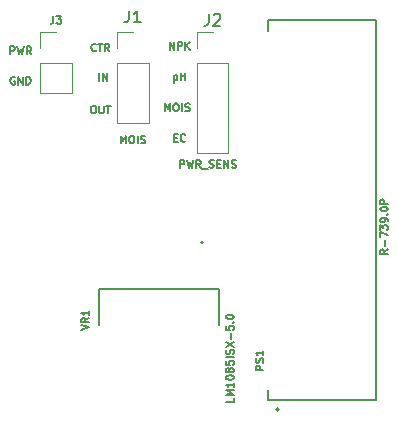
<source format=gbr>
%TF.GenerationSoftware,KiCad,Pcbnew,(6.0.5)*%
%TF.CreationDate,2023-06-19T00:58:59+02:00*%
%TF.ProjectId,PCB_Suelo,5043425f-5375-4656-9c6f-2e6b69636164,rev?*%
%TF.SameCoordinates,Original*%
%TF.FileFunction,Legend,Top*%
%TF.FilePolarity,Positive*%
%FSLAX46Y46*%
G04 Gerber Fmt 4.6, Leading zero omitted, Abs format (unit mm)*
G04 Created by KiCad (PCBNEW (6.0.5)) date 2023-06-19 00:58:59*
%MOMM*%
%LPD*%
G01*
G04 APERTURE LIST*
%ADD10C,0.150000*%
%ADD11C,0.127000*%
%ADD12C,0.200000*%
%ADD13C,0.120000*%
G04 APERTURE END LIST*
D10*
X136044047Y-69108333D02*
X136044047Y-69417857D01*
X135394047Y-69417857D01*
X136044047Y-68891666D02*
X135394047Y-68891666D01*
X135858333Y-68675000D01*
X135394047Y-68458333D01*
X136044047Y-68458333D01*
X136044047Y-67808333D02*
X136044047Y-68179761D01*
X136044047Y-67994047D02*
X135394047Y-67994047D01*
X135486904Y-68055952D01*
X135548809Y-68117857D01*
X135579761Y-68179761D01*
X135394047Y-67405952D02*
X135394047Y-67344047D01*
X135425000Y-67282142D01*
X135455952Y-67251190D01*
X135517857Y-67220238D01*
X135641666Y-67189285D01*
X135796428Y-67189285D01*
X135920238Y-67220238D01*
X135982142Y-67251190D01*
X136013095Y-67282142D01*
X136044047Y-67344047D01*
X136044047Y-67405952D01*
X136013095Y-67467857D01*
X135982142Y-67498809D01*
X135920238Y-67529761D01*
X135796428Y-67560714D01*
X135641666Y-67560714D01*
X135517857Y-67529761D01*
X135455952Y-67498809D01*
X135425000Y-67467857D01*
X135394047Y-67405952D01*
X135672619Y-66817857D02*
X135641666Y-66879761D01*
X135610714Y-66910714D01*
X135548809Y-66941666D01*
X135517857Y-66941666D01*
X135455952Y-66910714D01*
X135425000Y-66879761D01*
X135394047Y-66817857D01*
X135394047Y-66694047D01*
X135425000Y-66632142D01*
X135455952Y-66601190D01*
X135517857Y-66570238D01*
X135548809Y-66570238D01*
X135610714Y-66601190D01*
X135641666Y-66632142D01*
X135672619Y-66694047D01*
X135672619Y-66817857D01*
X135703571Y-66879761D01*
X135734523Y-66910714D01*
X135796428Y-66941666D01*
X135920238Y-66941666D01*
X135982142Y-66910714D01*
X136013095Y-66879761D01*
X136044047Y-66817857D01*
X136044047Y-66694047D01*
X136013095Y-66632142D01*
X135982142Y-66601190D01*
X135920238Y-66570238D01*
X135796428Y-66570238D01*
X135734523Y-66601190D01*
X135703571Y-66632142D01*
X135672619Y-66694047D01*
X135394047Y-65982142D02*
X135394047Y-66291666D01*
X135703571Y-66322619D01*
X135672619Y-66291666D01*
X135641666Y-66229761D01*
X135641666Y-66075000D01*
X135672619Y-66013095D01*
X135703571Y-65982142D01*
X135765476Y-65951190D01*
X135920238Y-65951190D01*
X135982142Y-65982142D01*
X136013095Y-66013095D01*
X136044047Y-66075000D01*
X136044047Y-66229761D01*
X136013095Y-66291666D01*
X135982142Y-66322619D01*
X136044047Y-65672619D02*
X135394047Y-65672619D01*
X136013095Y-65394047D02*
X136044047Y-65301190D01*
X136044047Y-65146428D01*
X136013095Y-65084523D01*
X135982142Y-65053571D01*
X135920238Y-65022619D01*
X135858333Y-65022619D01*
X135796428Y-65053571D01*
X135765476Y-65084523D01*
X135734523Y-65146428D01*
X135703571Y-65270238D01*
X135672619Y-65332142D01*
X135641666Y-65363095D01*
X135579761Y-65394047D01*
X135517857Y-65394047D01*
X135455952Y-65363095D01*
X135425000Y-65332142D01*
X135394047Y-65270238D01*
X135394047Y-65115476D01*
X135425000Y-65022619D01*
X135394047Y-64805952D02*
X136044047Y-64372619D01*
X135394047Y-64372619D02*
X136044047Y-64805952D01*
X135796428Y-64125000D02*
X135796428Y-63629761D01*
X135394047Y-63010714D02*
X135394047Y-63320238D01*
X135703571Y-63351190D01*
X135672619Y-63320238D01*
X135641666Y-63258333D01*
X135641666Y-63103571D01*
X135672619Y-63041666D01*
X135703571Y-63010714D01*
X135765476Y-62979761D01*
X135920238Y-62979761D01*
X135982142Y-63010714D01*
X136013095Y-63041666D01*
X136044047Y-63103571D01*
X136044047Y-63258333D01*
X136013095Y-63320238D01*
X135982142Y-63351190D01*
X135982142Y-62701190D02*
X136013095Y-62670238D01*
X136044047Y-62701190D01*
X136013095Y-62732142D01*
X135982142Y-62701190D01*
X136044047Y-62701190D01*
X135394047Y-62267857D02*
X135394047Y-62205952D01*
X135425000Y-62144047D01*
X135455952Y-62113095D01*
X135517857Y-62082142D01*
X135641666Y-62051190D01*
X135796428Y-62051190D01*
X135920238Y-62082142D01*
X135982142Y-62113095D01*
X136013095Y-62144047D01*
X136044047Y-62205952D01*
X136044047Y-62267857D01*
X136013095Y-62329761D01*
X135982142Y-62360714D01*
X135920238Y-62391666D01*
X135796428Y-62422619D01*
X135641666Y-62422619D01*
X135517857Y-62391666D01*
X135455952Y-62360714D01*
X135425000Y-62329761D01*
X135394047Y-62267857D01*
X117133333Y-40004047D02*
X117133333Y-39354047D01*
X117380952Y-39354047D01*
X117442857Y-39385000D01*
X117473809Y-39415952D01*
X117504761Y-39477857D01*
X117504761Y-39570714D01*
X117473809Y-39632619D01*
X117442857Y-39663571D01*
X117380952Y-39694523D01*
X117133333Y-39694523D01*
X117721428Y-39354047D02*
X117876190Y-40004047D01*
X118000000Y-39539761D01*
X118123809Y-40004047D01*
X118278571Y-39354047D01*
X118897619Y-40004047D02*
X118680952Y-39694523D01*
X118526190Y-40004047D02*
X118526190Y-39354047D01*
X118773809Y-39354047D01*
X118835714Y-39385000D01*
X118866666Y-39415952D01*
X118897619Y-39477857D01*
X118897619Y-39570714D01*
X118866666Y-39632619D01*
X118835714Y-39663571D01*
X118773809Y-39694523D01*
X118526190Y-39694523D01*
X124378571Y-39692142D02*
X124347619Y-39723095D01*
X124254761Y-39754047D01*
X124192857Y-39754047D01*
X124100000Y-39723095D01*
X124038095Y-39661190D01*
X124007142Y-39599285D01*
X123976190Y-39475476D01*
X123976190Y-39382619D01*
X124007142Y-39258809D01*
X124038095Y-39196904D01*
X124100000Y-39135000D01*
X124192857Y-39104047D01*
X124254761Y-39104047D01*
X124347619Y-39135000D01*
X124378571Y-39165952D01*
X124564285Y-39104047D02*
X124935714Y-39104047D01*
X124750000Y-39754047D02*
X124750000Y-39104047D01*
X125523809Y-39754047D02*
X125307142Y-39444523D01*
X125152380Y-39754047D02*
X125152380Y-39104047D01*
X125400000Y-39104047D01*
X125461904Y-39135000D01*
X125492857Y-39165952D01*
X125523809Y-39227857D01*
X125523809Y-39320714D01*
X125492857Y-39382619D01*
X125461904Y-39413571D01*
X125400000Y-39444523D01*
X125152380Y-39444523D01*
X130970238Y-41790714D02*
X130970238Y-42440714D01*
X130970238Y-41821666D02*
X131032142Y-41790714D01*
X131155952Y-41790714D01*
X131217857Y-41821666D01*
X131248809Y-41852619D01*
X131279761Y-41914523D01*
X131279761Y-42100238D01*
X131248809Y-42162142D01*
X131217857Y-42193095D01*
X131155952Y-42224047D01*
X131032142Y-42224047D01*
X130970238Y-42193095D01*
X131558333Y-42224047D02*
X131558333Y-41574047D01*
X131558333Y-41883571D02*
X131929761Y-41883571D01*
X131929761Y-42224047D02*
X131929761Y-41574047D01*
X124100000Y-44354047D02*
X124223809Y-44354047D01*
X124285714Y-44385000D01*
X124347619Y-44446904D01*
X124378571Y-44570714D01*
X124378571Y-44787380D01*
X124347619Y-44911190D01*
X124285714Y-44973095D01*
X124223809Y-45004047D01*
X124100000Y-45004047D01*
X124038095Y-44973095D01*
X123976190Y-44911190D01*
X123945238Y-44787380D01*
X123945238Y-44570714D01*
X123976190Y-44446904D01*
X124038095Y-44385000D01*
X124100000Y-44354047D01*
X124657142Y-44354047D02*
X124657142Y-44880238D01*
X124688095Y-44942142D01*
X124719047Y-44973095D01*
X124780952Y-45004047D01*
X124904761Y-45004047D01*
X124966666Y-44973095D01*
X124997619Y-44942142D01*
X125028571Y-44880238D01*
X125028571Y-44354047D01*
X125245238Y-44354047D02*
X125616666Y-44354047D01*
X125430952Y-45004047D02*
X125430952Y-44354047D01*
X117504761Y-41960000D02*
X117442857Y-41929047D01*
X117350000Y-41929047D01*
X117257142Y-41960000D01*
X117195238Y-42021904D01*
X117164285Y-42083809D01*
X117133333Y-42207619D01*
X117133333Y-42300476D01*
X117164285Y-42424285D01*
X117195238Y-42486190D01*
X117257142Y-42548095D01*
X117350000Y-42579047D01*
X117411904Y-42579047D01*
X117504761Y-42548095D01*
X117535714Y-42517142D01*
X117535714Y-42300476D01*
X117411904Y-42300476D01*
X117814285Y-42579047D02*
X117814285Y-41929047D01*
X118185714Y-42579047D01*
X118185714Y-41929047D01*
X118495238Y-42579047D02*
X118495238Y-41929047D01*
X118650000Y-41929047D01*
X118742857Y-41960000D01*
X118804761Y-42021904D01*
X118835714Y-42083809D01*
X118866666Y-42207619D01*
X118866666Y-42300476D01*
X118835714Y-42424285D01*
X118804761Y-42486190D01*
X118742857Y-42548095D01*
X118650000Y-42579047D01*
X118495238Y-42579047D01*
X126478571Y-47554047D02*
X126478571Y-46904047D01*
X126695238Y-47368333D01*
X126911904Y-46904047D01*
X126911904Y-47554047D01*
X127345238Y-46904047D02*
X127469047Y-46904047D01*
X127530952Y-46935000D01*
X127592857Y-46996904D01*
X127623809Y-47120714D01*
X127623809Y-47337380D01*
X127592857Y-47461190D01*
X127530952Y-47523095D01*
X127469047Y-47554047D01*
X127345238Y-47554047D01*
X127283333Y-47523095D01*
X127221428Y-47461190D01*
X127190476Y-47337380D01*
X127190476Y-47120714D01*
X127221428Y-46996904D01*
X127283333Y-46935000D01*
X127345238Y-46904047D01*
X127902380Y-47554047D02*
X127902380Y-46904047D01*
X128180952Y-47523095D02*
X128273809Y-47554047D01*
X128428571Y-47554047D01*
X128490476Y-47523095D01*
X128521428Y-47492142D01*
X128552380Y-47430238D01*
X128552380Y-47368333D01*
X128521428Y-47306428D01*
X128490476Y-47275476D01*
X128428571Y-47244523D01*
X128304761Y-47213571D01*
X128242857Y-47182619D01*
X128211904Y-47151666D01*
X128180952Y-47089761D01*
X128180952Y-47027857D01*
X128211904Y-46965952D01*
X128242857Y-46935000D01*
X128304761Y-46904047D01*
X128459523Y-46904047D01*
X128552380Y-46935000D01*
X131482142Y-49624047D02*
X131482142Y-48974047D01*
X131729761Y-48974047D01*
X131791666Y-49005000D01*
X131822619Y-49035952D01*
X131853571Y-49097857D01*
X131853571Y-49190714D01*
X131822619Y-49252619D01*
X131791666Y-49283571D01*
X131729761Y-49314523D01*
X131482142Y-49314523D01*
X132070238Y-48974047D02*
X132225000Y-49624047D01*
X132348809Y-49159761D01*
X132472619Y-49624047D01*
X132627380Y-48974047D01*
X133246428Y-49624047D02*
X133029761Y-49314523D01*
X132875000Y-49624047D02*
X132875000Y-48974047D01*
X133122619Y-48974047D01*
X133184523Y-49005000D01*
X133215476Y-49035952D01*
X133246428Y-49097857D01*
X133246428Y-49190714D01*
X133215476Y-49252619D01*
X133184523Y-49283571D01*
X133122619Y-49314523D01*
X132875000Y-49314523D01*
X133370238Y-49685952D02*
X133865476Y-49685952D01*
X133989285Y-49593095D02*
X134082142Y-49624047D01*
X134236904Y-49624047D01*
X134298809Y-49593095D01*
X134329761Y-49562142D01*
X134360714Y-49500238D01*
X134360714Y-49438333D01*
X134329761Y-49376428D01*
X134298809Y-49345476D01*
X134236904Y-49314523D01*
X134113095Y-49283571D01*
X134051190Y-49252619D01*
X134020238Y-49221666D01*
X133989285Y-49159761D01*
X133989285Y-49097857D01*
X134020238Y-49035952D01*
X134051190Y-49005000D01*
X134113095Y-48974047D01*
X134267857Y-48974047D01*
X134360714Y-49005000D01*
X134639285Y-49283571D02*
X134855952Y-49283571D01*
X134948809Y-49624047D02*
X134639285Y-49624047D01*
X134639285Y-48974047D01*
X134948809Y-48974047D01*
X135227380Y-49624047D02*
X135227380Y-48974047D01*
X135598809Y-49624047D01*
X135598809Y-48974047D01*
X135877380Y-49593095D02*
X135970238Y-49624047D01*
X136125000Y-49624047D01*
X136186904Y-49593095D01*
X136217857Y-49562142D01*
X136248809Y-49500238D01*
X136248809Y-49438333D01*
X136217857Y-49376428D01*
X136186904Y-49345476D01*
X136125000Y-49314523D01*
X136001190Y-49283571D01*
X135939285Y-49252619D01*
X135908333Y-49221666D01*
X135877380Y-49159761D01*
X135877380Y-49097857D01*
X135908333Y-49035952D01*
X135939285Y-49005000D01*
X136001190Y-48974047D01*
X136155952Y-48974047D01*
X136248809Y-49005000D01*
X124659523Y-42254047D02*
X124659523Y-41604047D01*
X124969047Y-42254047D02*
X124969047Y-41604047D01*
X125340476Y-42254047D01*
X125340476Y-41604047D01*
X130614285Y-39624047D02*
X130614285Y-38974047D01*
X130985714Y-39624047D01*
X130985714Y-38974047D01*
X131295238Y-39624047D02*
X131295238Y-38974047D01*
X131542857Y-38974047D01*
X131604761Y-39005000D01*
X131635714Y-39035952D01*
X131666666Y-39097857D01*
X131666666Y-39190714D01*
X131635714Y-39252619D01*
X131604761Y-39283571D01*
X131542857Y-39314523D01*
X131295238Y-39314523D01*
X131945238Y-39624047D02*
X131945238Y-38974047D01*
X132316666Y-39624047D02*
X132038095Y-39252619D01*
X132316666Y-38974047D02*
X131945238Y-39345476D01*
X149094047Y-56519047D02*
X148784523Y-56735714D01*
X149094047Y-56890476D02*
X148444047Y-56890476D01*
X148444047Y-56642857D01*
X148475000Y-56580952D01*
X148505952Y-56550000D01*
X148567857Y-56519047D01*
X148660714Y-56519047D01*
X148722619Y-56550000D01*
X148753571Y-56580952D01*
X148784523Y-56642857D01*
X148784523Y-56890476D01*
X148846428Y-56240476D02*
X148846428Y-55745238D01*
X148444047Y-55497619D02*
X148444047Y-55064285D01*
X149094047Y-55342857D01*
X148444047Y-54878571D02*
X148444047Y-54476190D01*
X148691666Y-54692857D01*
X148691666Y-54600000D01*
X148722619Y-54538095D01*
X148753571Y-54507142D01*
X148815476Y-54476190D01*
X148970238Y-54476190D01*
X149032142Y-54507142D01*
X149063095Y-54538095D01*
X149094047Y-54600000D01*
X149094047Y-54785714D01*
X149063095Y-54847619D01*
X149032142Y-54878571D01*
X149094047Y-54166666D02*
X149094047Y-54042857D01*
X149063095Y-53980952D01*
X149032142Y-53950000D01*
X148939285Y-53888095D01*
X148815476Y-53857142D01*
X148567857Y-53857142D01*
X148505952Y-53888095D01*
X148475000Y-53919047D01*
X148444047Y-53980952D01*
X148444047Y-54104761D01*
X148475000Y-54166666D01*
X148505952Y-54197619D01*
X148567857Y-54228571D01*
X148722619Y-54228571D01*
X148784523Y-54197619D01*
X148815476Y-54166666D01*
X148846428Y-54104761D01*
X148846428Y-53980952D01*
X148815476Y-53919047D01*
X148784523Y-53888095D01*
X148722619Y-53857142D01*
X149032142Y-53578571D02*
X149063095Y-53547619D01*
X149094047Y-53578571D01*
X149063095Y-53609523D01*
X149032142Y-53578571D01*
X149094047Y-53578571D01*
X148444047Y-53145238D02*
X148444047Y-53083333D01*
X148475000Y-53021428D01*
X148505952Y-52990476D01*
X148567857Y-52959523D01*
X148691666Y-52928571D01*
X148846428Y-52928571D01*
X148970238Y-52959523D01*
X149032142Y-52990476D01*
X149063095Y-53021428D01*
X149094047Y-53083333D01*
X149094047Y-53145238D01*
X149063095Y-53207142D01*
X149032142Y-53238095D01*
X148970238Y-53269047D01*
X148846428Y-53300000D01*
X148691666Y-53300000D01*
X148567857Y-53269047D01*
X148505952Y-53238095D01*
X148475000Y-53207142D01*
X148444047Y-53145238D01*
X149094047Y-52650000D02*
X148444047Y-52650000D01*
X148444047Y-52402380D01*
X148475000Y-52340476D01*
X148505952Y-52309523D01*
X148567857Y-52278571D01*
X148660714Y-52278571D01*
X148722619Y-52309523D01*
X148753571Y-52340476D01*
X148784523Y-52402380D01*
X148784523Y-52650000D01*
X130228571Y-44824047D02*
X130228571Y-44174047D01*
X130445238Y-44638333D01*
X130661904Y-44174047D01*
X130661904Y-44824047D01*
X131095238Y-44174047D02*
X131219047Y-44174047D01*
X131280952Y-44205000D01*
X131342857Y-44266904D01*
X131373809Y-44390714D01*
X131373809Y-44607380D01*
X131342857Y-44731190D01*
X131280952Y-44793095D01*
X131219047Y-44824047D01*
X131095238Y-44824047D01*
X131033333Y-44793095D01*
X130971428Y-44731190D01*
X130940476Y-44607380D01*
X130940476Y-44390714D01*
X130971428Y-44266904D01*
X131033333Y-44205000D01*
X131095238Y-44174047D01*
X131652380Y-44824047D02*
X131652380Y-44174047D01*
X131930952Y-44793095D02*
X132023809Y-44824047D01*
X132178571Y-44824047D01*
X132240476Y-44793095D01*
X132271428Y-44762142D01*
X132302380Y-44700238D01*
X132302380Y-44638333D01*
X132271428Y-44576428D01*
X132240476Y-44545476D01*
X132178571Y-44514523D01*
X132054761Y-44483571D01*
X131992857Y-44452619D01*
X131961904Y-44421666D01*
X131930952Y-44359761D01*
X131930952Y-44297857D01*
X131961904Y-44235952D01*
X131992857Y-44205000D01*
X132054761Y-44174047D01*
X132209523Y-44174047D01*
X132302380Y-44205000D01*
X130985714Y-47083571D02*
X131202380Y-47083571D01*
X131295238Y-47424047D02*
X130985714Y-47424047D01*
X130985714Y-46774047D01*
X131295238Y-46774047D01*
X131945238Y-47362142D02*
X131914285Y-47393095D01*
X131821428Y-47424047D01*
X131759523Y-47424047D01*
X131666666Y-47393095D01*
X131604761Y-47331190D01*
X131573809Y-47269285D01*
X131542857Y-47145476D01*
X131542857Y-47052619D01*
X131573809Y-46928809D01*
X131604761Y-46866904D01*
X131666666Y-46805000D01*
X131759523Y-46774047D01*
X131821428Y-46774047D01*
X131914285Y-46805000D01*
X131945238Y-46835952D01*
%TO.C,VR1*%
X123144047Y-63351190D02*
X123794047Y-63134523D01*
X123144047Y-62917857D01*
X123794047Y-62329761D02*
X123484523Y-62546428D01*
X123794047Y-62701190D02*
X123144047Y-62701190D01*
X123144047Y-62453571D01*
X123175000Y-62391666D01*
X123205952Y-62360714D01*
X123267857Y-62329761D01*
X123360714Y-62329761D01*
X123422619Y-62360714D01*
X123453571Y-62391666D01*
X123484523Y-62453571D01*
X123484523Y-62701190D01*
X123794047Y-61710714D02*
X123794047Y-62082142D01*
X123794047Y-61896428D02*
X123144047Y-61896428D01*
X123236904Y-61958333D01*
X123298809Y-62020238D01*
X123329761Y-62082142D01*
%TO.C,PS1*%
X138544047Y-66739285D02*
X137894047Y-66739285D01*
X137894047Y-66491666D01*
X137925000Y-66429761D01*
X137955952Y-66398809D01*
X138017857Y-66367857D01*
X138110714Y-66367857D01*
X138172619Y-66398809D01*
X138203571Y-66429761D01*
X138234523Y-66491666D01*
X138234523Y-66739285D01*
X138513095Y-66120238D02*
X138544047Y-66027380D01*
X138544047Y-65872619D01*
X138513095Y-65810714D01*
X138482142Y-65779761D01*
X138420238Y-65748809D01*
X138358333Y-65748809D01*
X138296428Y-65779761D01*
X138265476Y-65810714D01*
X138234523Y-65872619D01*
X138203571Y-65996428D01*
X138172619Y-66058333D01*
X138141666Y-66089285D01*
X138079761Y-66120238D01*
X138017857Y-66120238D01*
X137955952Y-66089285D01*
X137925000Y-66058333D01*
X137894047Y-65996428D01*
X137894047Y-65841666D01*
X137925000Y-65748809D01*
X138544047Y-65129761D02*
X138544047Y-65501190D01*
X138544047Y-65315476D02*
X137894047Y-65315476D01*
X137986904Y-65377380D01*
X138048809Y-65439285D01*
X138079761Y-65501190D01*
%TO.C,J3*%
X120783333Y-36774047D02*
X120783333Y-37238333D01*
X120752380Y-37331190D01*
X120690476Y-37393095D01*
X120597619Y-37424047D01*
X120535714Y-37424047D01*
X121030952Y-36774047D02*
X121433333Y-36774047D01*
X121216666Y-37021666D01*
X121309523Y-37021666D01*
X121371428Y-37052619D01*
X121402380Y-37083571D01*
X121433333Y-37145476D01*
X121433333Y-37300238D01*
X121402380Y-37362142D01*
X121371428Y-37393095D01*
X121309523Y-37424047D01*
X121123809Y-37424047D01*
X121061904Y-37393095D01*
X121030952Y-37362142D01*
%TO.C,J2*%
X133916666Y-36582380D02*
X133916666Y-37296666D01*
X133869047Y-37439523D01*
X133773809Y-37534761D01*
X133630952Y-37582380D01*
X133535714Y-37582380D01*
X134345238Y-36677619D02*
X134392857Y-36630000D01*
X134488095Y-36582380D01*
X134726190Y-36582380D01*
X134821428Y-36630000D01*
X134869047Y-36677619D01*
X134916666Y-36772857D01*
X134916666Y-36868095D01*
X134869047Y-37010952D01*
X134297619Y-37582380D01*
X134916666Y-37582380D01*
%TO.C,J1*%
X127166666Y-36312380D02*
X127166666Y-37026666D01*
X127119047Y-37169523D01*
X127023809Y-37264761D01*
X126880952Y-37312380D01*
X126785714Y-37312380D01*
X128166666Y-37312380D02*
X127595238Y-37312380D01*
X127880952Y-37312380D02*
X127880952Y-36312380D01*
X127785714Y-36455238D01*
X127690476Y-36550476D01*
X127595238Y-36598095D01*
D11*
%TO.C,VR1*%
X134830000Y-59925000D02*
X134830000Y-62920000D01*
X124670000Y-62920000D02*
X124670000Y-59925000D01*
X124670000Y-59925000D02*
X134830000Y-59925000D01*
D12*
X133450000Y-55955000D02*
G75*
G03*
X133450000Y-55955000I-100000J0D01*
G01*
%TO.C,PS1*%
X139850000Y-70095000D02*
G75*
G03*
X139850000Y-70095000I-100000J0D01*
G01*
D11*
X138950000Y-69320000D02*
X148050000Y-69320000D01*
X148050000Y-69320000D02*
X148050000Y-37120000D01*
X148050000Y-37120000D02*
X138950000Y-37120000D01*
X138950000Y-68420000D02*
X138950000Y-69320000D01*
X138950000Y-38020000D02*
X138950000Y-37120000D01*
D13*
%TO.C,J3*%
X119670000Y-39460000D02*
X119670000Y-38130000D01*
X119670000Y-43330000D02*
X122330000Y-43330000D01*
X119670000Y-40730000D02*
X119670000Y-43330000D01*
X119670000Y-40730000D02*
X122330000Y-40730000D01*
X119670000Y-38130000D02*
X121000000Y-38130000D01*
X122330000Y-40730000D02*
X122330000Y-43330000D01*
%TO.C,J2*%
X132920000Y-40730000D02*
X132920000Y-48410000D01*
X132920000Y-38130000D02*
X134250000Y-38130000D01*
X132920000Y-40730000D02*
X135580000Y-40730000D01*
X132920000Y-48410000D02*
X135580000Y-48410000D01*
X132920000Y-39460000D02*
X132920000Y-38130000D01*
X135580000Y-40730000D02*
X135580000Y-48410000D01*
%TO.C,J1*%
X126170000Y-45870000D02*
X128830000Y-45870000D01*
X126170000Y-40730000D02*
X126170000Y-45870000D01*
X126170000Y-39460000D02*
X126170000Y-38130000D01*
X128830000Y-40730000D02*
X128830000Y-45870000D01*
X126170000Y-38130000D02*
X127500000Y-38130000D01*
X126170000Y-40730000D02*
X128830000Y-40730000D01*
%TD*%
M02*

</source>
